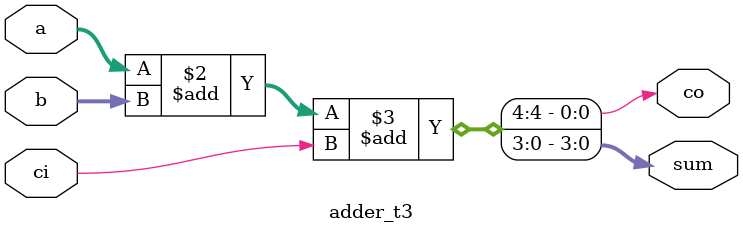
<source format=sv>
module adder_t3 (co, sum, a, b, ci);
output co;
output [3:0] sum;
input [3:0] a, b;
input ci;
reg co;
reg [3:0] sum;
  
// In the adder_t3 example, if the a input changes at time 15, then all inputs will be 
// evaluated and new output values will be queued for assignment 12ns later.Immediately 
// after the outputs have been queued (scheduled for future assignment) but not yet assigned,
// the always block will again be setup to trigger on the next input event. This means that 
// all input events will queue new values to be placed on the outputs after a 12ns delay.
// This coding style models combinational logic with **transport delays.**  

always @(a or b or ci)
{co, sum} <= #12 a + b + ci;
endmodule

</source>
